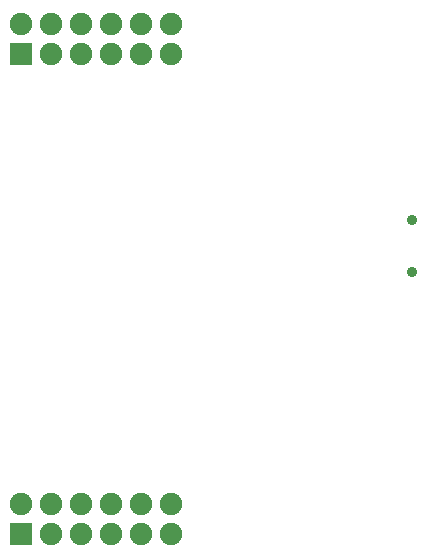
<source format=gbr>
G04 DipTrace 2.4.0.2*
%INbftdi_BottomMask.gbr*%
%MOIN*%
%ADD38C,0.0354*%
%ADD43C,0.0748*%
%ADD45R,0.0748X0.0748*%
%FSLAX44Y44*%
G04*
G70*
G90*
G75*
G01*
%LNBotMask*%
%LPD*%
D38*
X17961Y13701D3*
Y15433D3*
D45*
X4937Y20937D3*
D43*
Y21937D3*
X5937Y20937D3*
Y21937D3*
X6937Y20937D3*
Y21937D3*
X7937Y20937D3*
Y21937D3*
X8937Y20937D3*
Y21937D3*
X9937Y20937D3*
Y21937D3*
D45*
X4937Y4937D3*
D43*
Y5937D3*
X5937Y4937D3*
Y5937D3*
X6937Y4937D3*
Y5937D3*
X7937Y4937D3*
Y5937D3*
X8937Y4937D3*
Y5937D3*
X9937Y4937D3*
Y5937D3*
M02*

</source>
